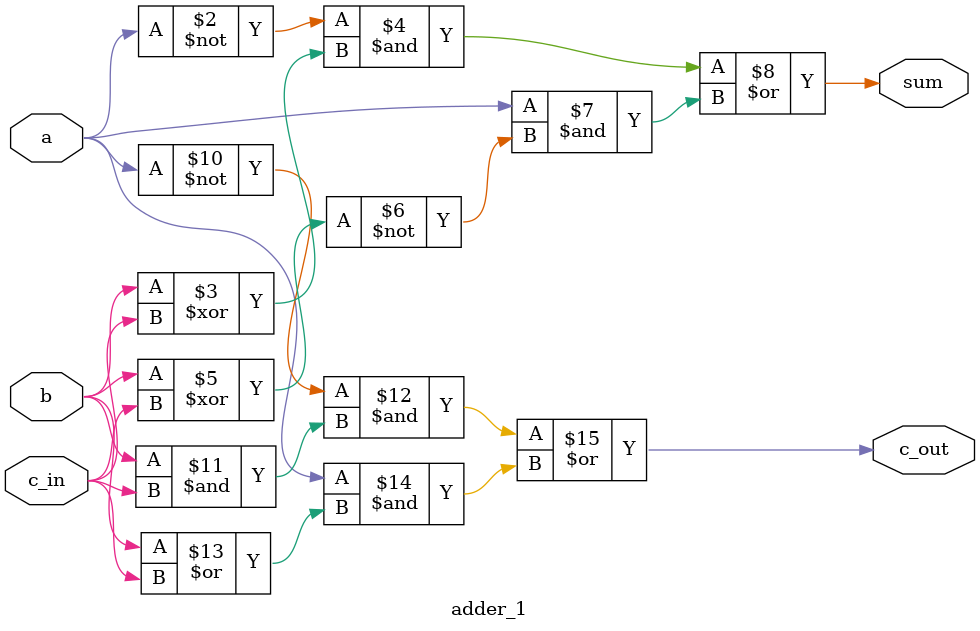
<source format=sv>
`timescale 1ns/1ps
`default_nettype none
/*
  a 1 bit addder that we can daisy chain for 
  ripple carry adders
*/

module adder_1(a, b, c_in, sum, c_out);

input wire a, b, c_in;
output logic sum, c_out;

// Logic for sum
always_comb begin
  sum = (~a & (b ^ c_in)) | (a & ~(b ^ c_in));
end

// Logic for c_out
always_comb begin
  c_out = (~a & (b & c_in)) | (a & (b | c_in));
end


endmodule

</source>
